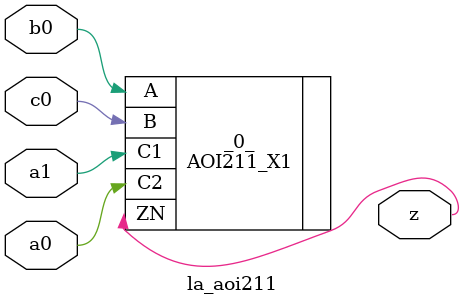
<source format=v>

/* Generated by Yosys 0.37 (git sha1 a5c7f69ed, clang 14.0.0-1ubuntu1.1 -fPIC -Os) */

module la_aoi211(a0, a1, b0, c0, z);
  input a0;
  wire a0;
  input a1;
  wire a1;
  input b0;
  wire b0;
  input c0;
  wire c0;
  output z;
  wire z;
  AOI211_X1 _0_ (
    .A(b0),
    .B(c0),
    .C1(a1),
    .C2(a0),
    .ZN(z)
  );
endmodule

</source>
